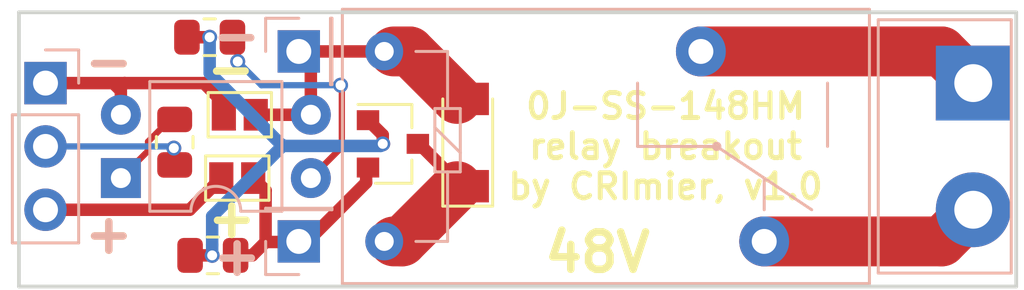
<source format=kicad_pcb>
(kicad_pcb (version 20171130) (host pcbnew 5.1.5+dfsg1-2build2)

  (general
    (thickness 1.6)
    (drawings 14)
    (tracks 73)
    (zones 0)
    (modules 13)
    (nets 12)
  )

  (page A4)
  (layers
    (0 F.Cu signal)
    (31 B.Cu signal)
    (32 B.Adhes user)
    (33 F.Adhes user)
    (34 B.Paste user)
    (35 F.Paste user)
    (36 B.SilkS user)
    (37 F.SilkS user)
    (38 B.Mask user)
    (39 F.Mask user)
    (40 Dwgs.User user)
    (41 Cmts.User user)
    (42 Eco1.User user)
    (43 Eco2.User user)
    (44 Edge.Cuts user)
    (45 Margin user)
    (46 B.CrtYd user)
    (47 F.CrtYd user)
    (48 B.Fab user hide)
    (49 F.Fab user hide)
  )

  (setup
    (last_trace_width 0.25)
    (user_trace_width 0.5)
    (user_trace_width 2)
    (trace_clearance 0.2)
    (zone_clearance 0.508)
    (zone_45_only no)
    (trace_min 0.2)
    (via_size 0.6)
    (via_drill 0.4)
    (via_min_size 0.4)
    (via_min_drill 0.3)
    (uvia_size 0.3)
    (uvia_drill 0.1)
    (uvias_allowed no)
    (uvia_min_size 0.2)
    (uvia_min_drill 0.1)
    (edge_width 0.15)
    (segment_width 0.2)
    (pcb_text_width 0.3)
    (pcb_text_size 1.5 1.5)
    (mod_edge_width 0.15)
    (mod_text_size 1 1)
    (mod_text_width 0.15)
    (pad_size 1.524 1.524)
    (pad_drill 0.762)
    (pad_to_mask_clearance 0.2)
    (solder_mask_min_width 0.25)
    (aux_axis_origin 164.498187 104.200727)
    (grid_origin 164.498187 104.200727)
    (visible_elements 7FFFFFFF)
    (pcbplotparams
      (layerselection 0x010fc_ffffffff)
      (usegerberextensions true)
      (usegerberattributes false)
      (usegerberadvancedattributes false)
      (creategerberjobfile false)
      (excludeedgelayer true)
      (linewidth 0.100000)
      (plotframeref false)
      (viasonmask false)
      (mode 1)
      (useauxorigin true)
      (hpglpennumber 1)
      (hpglpenspeed 20)
      (hpglpendiameter 15.000000)
      (psnegative false)
      (psa4output false)
      (plotreference false)
      (plotvalue false)
      (plotinvisibletext false)
      (padsonsilk false)
      (subtractmaskfromsilk false)
      (outputformat 1)
      (mirror false)
      (drillshape 0)
      (scaleselection 1)
      (outputdirectory "gerbers/"))
  )

  (net 0 "")
  (net 1 GND)
  (net 2 "Net-(J1-Pad2)")
  (net 3 VCC)
  (net 4 "Net-(R1-Pad1)")
  (net 5 "Net-(D1-Pad1)")
  (net 6 "Net-(D1-Pad2)")
  (net 7 "Net-(J5-Pad1)")
  (net 8 "Net-(J5-Pad2)")
  (net 9 "Net-(J4-Pad1)")
  (net 10 "Net-(Q1-Pad1)")
  (net 11 "Net-(R3-Pad2)")

  (net_class Default "This is the default net class."
    (clearance 0.2)
    (trace_width 0.25)
    (via_dia 0.6)
    (via_drill 0.4)
    (uvia_dia 0.3)
    (uvia_drill 0.1)
    (add_net GND)
    (add_net "Net-(D1-Pad1)")
    (add_net "Net-(D1-Pad2)")
    (add_net "Net-(J1-Pad2)")
    (add_net "Net-(J4-Pad1)")
    (add_net "Net-(J5-Pad1)")
    (add_net "Net-(J5-Pad2)")
    (add_net "Net-(Q1-Pad1)")
    (add_net "Net-(R1-Pad1)")
    (add_net "Net-(R3-Pad2)")
    (add_net VCC)
  )

  (module Terminal_Blocks:TerminalBlock_bornier-2_P5.08mm (layer B.Cu) (tedit 613BB0CA) (tstamp 5AA863D5)
    (at 162.774187 107.040727 270)
    (descr "simple 2-pin terminal block, pitch 5.08mm, revamped version of bornier2")
    (tags "terminal block bornier2")
    (path /5AA86337)
    (fp_text reference J5 (at 2.54 5.08 90) (layer B.SilkS) hide
      (effects (font (size 1 1) (thickness 0.15)) (justify mirror))
    )
    (fp_text value Conn_01x02 (at 2.54 -2.54 90) (layer B.Fab)
      (effects (font (size 1 1) (thickness 0.15)) (justify mirror))
    )
    (fp_text user %R (at 2.54 0 90) (layer B.Fab)
      (effects (font (size 1 1) (thickness 0.15)) (justify mirror))
    )
    (fp_line (start -2.46 3.75) (end -2.46 -1.524) (layer B.Fab) (width 0.1))
    (fp_line (start -2.46 -1.524) (end 7.54 -1.524) (layer B.Fab) (width 0.1))
    (fp_line (start 7.54 -1.524) (end 7.54 3.75) (layer B.Fab) (width 0.1))
    (fp_line (start 7.54 3.75) (end -2.46 3.75) (layer B.Fab) (width 0.1))
    (fp_line (start 7.62 -1.524) (end -2.54 -1.524) (layer B.SilkS) (width 0.12))
    (fp_line (start 7.62 -1.524) (end 7.62 3.81) (layer B.SilkS) (width 0.12))
    (fp_line (start 7.62 3.81) (end -2.54 3.81) (layer B.SilkS) (width 0.12))
    (fp_line (start -2.54 3.81) (end -2.54 -1.524) (layer B.SilkS) (width 0.12))
    (fp_line (start -2.71 4) (end 7.79 4) (layer B.CrtYd) (width 0.05))
    (fp_line (start -2.71 4) (end -2.71 -2.032) (layer B.CrtYd) (width 0.05))
    (fp_line (start 7.79 -2.032) (end 7.79 4) (layer B.CrtYd) (width 0.05))
    (fp_line (start 7.79 -2.032) (end -2.71 -2.032) (layer B.CrtYd) (width 0.05))
    (pad 1 thru_hole rect (at 0 0 270) (size 3 3) (drill 1.52) (layers *.Cu *.Mask)
      (net 7 "Net-(J5-Pad1)"))
    (pad 2 thru_hole circle (at 5.08 0 270) (size 3 3) (drill 1.52) (layers *.Cu *.Mask)
      (net 8 "Net-(J5-Pad2)"))
    (model ${KISYS3DMOD}/Terminal_Blocks.3dshapes/TerminalBlock_bornier-2_P5.08mm.wrl
      (offset (xyz 2.539999961853027 0 0))
      (scale (xyz 1 1 1))
      (rotate (xyz 0 0 0))
    )
  )

  (module Resistor_SMD:R_0805_2012Metric (layer F.Cu) (tedit 5F68FEEE) (tstamp 5AA84E84)
    (at 130.744787 109.410727 270)
    (descr "Resistor SMD 0805 (2012 Metric), square (rectangular) end terminal, IPC_7351 nominal, (Body size source: IPC-SM-782 page 72, https://www.pcb-3d.com/wordpress/wp-content/uploads/ipc-sm-782a_amendment_1_and_2.pdf), generated with kicad-footprint-generator")
    (tags resistor)
    (path /5AA84C19)
    (attr smd)
    (fp_text reference R1 (at 0 -1.45 270) (layer F.SilkS) hide
      (effects (font (size 1 1) (thickness 0.15)))
    )
    (fp_text value 1K (at 0 1.55 270) (layer F.Fab)
      (effects (font (size 1 1) (thickness 0.15)))
    )
    (fp_text user %R (at 0 0 270) (layer F.Fab)
      (effects (font (size 0.4 0.4) (thickness 0.075)))
    )
    (fp_line (start 1.68 0.95) (end -1.68 0.95) (layer F.CrtYd) (width 0.05))
    (fp_line (start 1.68 -0.95) (end 1.68 0.95) (layer F.CrtYd) (width 0.05))
    (fp_line (start -1.68 -0.95) (end 1.68 -0.95) (layer F.CrtYd) (width 0.05))
    (fp_line (start -1.68 0.95) (end -1.68 -0.95) (layer F.CrtYd) (width 0.05))
    (fp_line (start -0.227064 0.735) (end 0.227064 0.735) (layer F.SilkS) (width 0.12))
    (fp_line (start -0.227064 -0.735) (end 0.227064 -0.735) (layer F.SilkS) (width 0.12))
    (fp_line (start 1 0.625) (end -1 0.625) (layer F.Fab) (width 0.1))
    (fp_line (start 1 -0.625) (end 1 0.625) (layer F.Fab) (width 0.1))
    (fp_line (start -1 -0.625) (end 1 -0.625) (layer F.Fab) (width 0.1))
    (fp_line (start -1 0.625) (end -1 -0.625) (layer F.Fab) (width 0.1))
    (pad 2 smd roundrect (at 0.9125 0 270) (size 1.025 1.4) (layers F.Cu F.Paste F.Mask) (roundrect_rratio 0.243902)
      (net 2 "Net-(J1-Pad2)"))
    (pad 1 smd roundrect (at -0.9125 0 270) (size 1.025 1.4) (layers F.Cu F.Paste F.Mask) (roundrect_rratio 0.243902)
      (net 4 "Net-(R1-Pad1)"))
    (model ${KISYS3DMOD}/Resistor_SMD.3dshapes/R_0805_2012Metric.wrl
      (at (xyz 0 0 0))
      (scale (xyz 1 1 1))
      (rotate (xyz 0 0 0))
    )
  )

  (module Resistor_SMD:R_0805_2012Metric (layer F.Cu) (tedit 5F68FEEE) (tstamp 5AE47A91)
    (at 132.275187 113.950727)
    (descr "Resistor SMD 0805 (2012 Metric), square (rectangular) end terminal, IPC_7351 nominal, (Body size source: IPC-SM-782 page 72, https://www.pcb-3d.com/wordpress/wp-content/uploads/ipc-sm-782a_amendment_1_and_2.pdf), generated with kicad-footprint-generator")
    (tags resistor)
    (path /5AE47AF2)
    (attr smd)
    (fp_text reference R2 (at 0 -1.45) (layer F.SilkS) hide
      (effects (font (size 1 1) (thickness 0.15)))
    )
    (fp_text value 50K (at 0 1.55) (layer F.Fab)
      (effects (font (size 1 1) (thickness 0.15)))
    )
    (fp_text user %R (at 0 0) (layer F.Fab)
      (effects (font (size 0.4 0.4) (thickness 0.075)))
    )
    (fp_line (start 1.68 0.95) (end -1.68 0.95) (layer F.CrtYd) (width 0.05))
    (fp_line (start 1.68 -0.95) (end 1.68 0.95) (layer F.CrtYd) (width 0.05))
    (fp_line (start -1.68 -0.95) (end 1.68 -0.95) (layer F.CrtYd) (width 0.05))
    (fp_line (start -1.68 0.95) (end -1.68 -0.95) (layer F.CrtYd) (width 0.05))
    (fp_line (start -0.227064 0.735) (end 0.227064 0.735) (layer F.SilkS) (width 0.12))
    (fp_line (start -0.227064 -0.735) (end 0.227064 -0.735) (layer F.SilkS) (width 0.12))
    (fp_line (start 1 0.625) (end -1 0.625) (layer F.Fab) (width 0.1))
    (fp_line (start 1 -0.625) (end 1 0.625) (layer F.Fab) (width 0.1))
    (fp_line (start -1 -0.625) (end 1 -0.625) (layer F.Fab) (width 0.1))
    (fp_line (start -1 0.625) (end -1 -0.625) (layer F.Fab) (width 0.1))
    (pad 2 smd roundrect (at 0.9125 0) (size 1.025 1.4) (layers F.Cu F.Paste F.Mask) (roundrect_rratio 0.243902)
      (net 9 "Net-(J4-Pad1)"))
    (pad 1 smd roundrect (at -0.9125 0) (size 1.025 1.4) (layers F.Cu F.Paste F.Mask) (roundrect_rratio 0.243902)
      (net 10 "Net-(Q1-Pad1)"))
    (model ${KISYS3DMOD}/Resistor_SMD.3dshapes/R_0805_2012Metric.wrl
      (at (xyz 0 0 0))
      (scale (xyz 1 1 1))
      (rotate (xyz 0 0 0))
    )
  )

  (module Resistor_SMD:R_0805_2012Metric (layer F.Cu) (tedit 5F68FEEE) (tstamp 5AE47AA2)
    (at 132.148187 105.200727)
    (descr "Resistor SMD 0805 (2012 Metric), square (rectangular) end terminal, IPC_7351 nominal, (Body size source: IPC-SM-782 page 72, https://www.pcb-3d.com/wordpress/wp-content/uploads/ipc-sm-782a_amendment_1_and_2.pdf), generated with kicad-footprint-generator")
    (tags resistor)
    (path /5AE47A6B)
    (attr smd)
    (fp_text reference R3 (at 0 -1.45) (layer F.SilkS) hide
      (effects (font (size 1 1) (thickness 0.15)))
    )
    (fp_text value 10K (at 0 1.55) (layer F.Fab)
      (effects (font (size 1 1) (thickness 0.15)))
    )
    (fp_text user %R (at 0 0) (layer F.Fab)
      (effects (font (size 0.4 0.4) (thickness 0.075)))
    )
    (fp_line (start 1.68 0.95) (end -1.68 0.95) (layer F.CrtYd) (width 0.05))
    (fp_line (start 1.68 -0.95) (end 1.68 0.95) (layer F.CrtYd) (width 0.05))
    (fp_line (start -1.68 -0.95) (end 1.68 -0.95) (layer F.CrtYd) (width 0.05))
    (fp_line (start -1.68 0.95) (end -1.68 -0.95) (layer F.CrtYd) (width 0.05))
    (fp_line (start -0.227064 0.735) (end 0.227064 0.735) (layer F.SilkS) (width 0.12))
    (fp_line (start -0.227064 -0.735) (end 0.227064 -0.735) (layer F.SilkS) (width 0.12))
    (fp_line (start 1 0.625) (end -1 0.625) (layer F.Fab) (width 0.1))
    (fp_line (start 1 -0.625) (end 1 0.625) (layer F.Fab) (width 0.1))
    (fp_line (start -1 -0.625) (end 1 -0.625) (layer F.Fab) (width 0.1))
    (fp_line (start -1 0.625) (end -1 -0.625) (layer F.Fab) (width 0.1))
    (pad 2 smd roundrect (at 0.9125 0) (size 1.025 1.4) (layers F.Cu F.Paste F.Mask) (roundrect_rratio 0.243902)
      (net 11 "Net-(R3-Pad2)"))
    (pad 1 smd roundrect (at -0.9125 0) (size 1.025 1.4) (layers F.Cu F.Paste F.Mask) (roundrect_rratio 0.243902)
      (net 10 "Net-(Q1-Pad1)"))
    (model ${KISYS3DMOD}/Resistor_SMD.3dshapes/R_0805_2012Metric.wrl
      (at (xyz 0 0 0))
      (scale (xyz 1 1 1))
      (rotate (xyz 0 0 0))
    )
  )

  (module Pin_Headers:Pin_Header_Straight_1x03_Pitch2.54mm (layer B.Cu) (tedit 5AA84F86) (tstamp 5AA84E29)
    (at 125.563187 107.040727 180)
    (descr "Through hole straight pin header, 1x03, 2.54mm pitch, single row")
    (tags "Through hole pin header THT 1x03 2.54mm single row")
    (path /5AA84B07)
    (fp_text reference J1 (at 0 2.33 180) (layer B.SilkS) hide
      (effects (font (size 1 1) (thickness 0.15)) (justify mirror))
    )
    (fp_text value Conn_01x03 (at 0 -7.41 180) (layer B.Fab)
      (effects (font (size 1 1) (thickness 0.15)) (justify mirror))
    )
    (fp_line (start -0.635 1.27) (end 1.27 1.27) (layer B.Fab) (width 0.1))
    (fp_line (start 1.27 1.27) (end 1.27 -6.35) (layer B.Fab) (width 0.1))
    (fp_line (start 1.27 -6.35) (end -1.27 -6.35) (layer B.Fab) (width 0.1))
    (fp_line (start -1.27 -6.35) (end -1.27 0.635) (layer B.Fab) (width 0.1))
    (fp_line (start -1.27 0.635) (end -0.635 1.27) (layer B.Fab) (width 0.1))
    (fp_line (start -1.33 -6.41) (end 1.33 -6.41) (layer B.SilkS) (width 0.12))
    (fp_line (start -1.33 -1.27) (end -1.33 -6.41) (layer B.SilkS) (width 0.12))
    (fp_line (start 1.33 -1.27) (end 1.33 -6.41) (layer B.SilkS) (width 0.12))
    (fp_line (start -1.33 -1.27) (end 1.33 -1.27) (layer B.SilkS) (width 0.12))
    (fp_line (start -1.33 0) (end -1.33 1.33) (layer B.SilkS) (width 0.12))
    (fp_line (start -1.33 1.33) (end 0 1.33) (layer B.SilkS) (width 0.12))
    (fp_line (start -1.8 1.8) (end -1.8 -6.85) (layer B.CrtYd) (width 0.05))
    (fp_line (start -1.8 -6.85) (end 1.8 -6.85) (layer B.CrtYd) (width 0.05))
    (fp_line (start 1.8 -6.85) (end 1.8 1.8) (layer B.CrtYd) (width 0.05))
    (fp_line (start 1.8 1.8) (end -1.8 1.8) (layer B.CrtYd) (width 0.05))
    (fp_text user %R (at 0 -2.54 90) (layer B.Fab)
      (effects (font (size 1 1) (thickness 0.15)) (justify mirror))
    )
    (pad 1 thru_hole rect (at 0 0 180) (size 1.7 1.7) (drill 1) (layers *.Cu *.Mask)
      (net 1 GND))
    (pad 2 thru_hole oval (at 0 -2.54 180) (size 1.7 1.7) (drill 1) (layers *.Cu *.Mask)
      (net 2 "Net-(J1-Pad2)"))
    (pad 3 thru_hole oval (at 0 -5.08 180) (size 1.7 1.7) (drill 1) (layers *.Cu *.Mask)
      (net 3 VCC))
    (model ${KISYS3DMOD}/Pin_Headers.3dshapes/Pin_Header_Straight_1x03_Pitch2.54mm.wrl
      (at (xyz 0 0 0))
      (scale (xyz 1 1 1))
      (rotate (xyz 0 0 0))
    )
  )

  (module Connect:GS2 (layer F.Cu) (tedit 5AA84F9E) (tstamp 5AA84E4C)
    (at 133.254387 110.850727 90)
    (descr "2-pin solder bridge")
    (tags "solder bridge")
    (path /5AA84DD1)
    (attr smd)
    (fp_text reference JP1 (at 1.78 0) (layer F.SilkS) hide
      (effects (font (size 1 1) (thickness 0.15)))
    )
    (fp_text value Jumper (at -1.8 0 180) (layer F.Fab)
      (effects (font (size 1 1) (thickness 0.15)))
    )
    (fp_line (start 1.1 -1.45) (end 1.1 1.5) (layer F.CrtYd) (width 0.05))
    (fp_line (start 1.1 1.5) (end -1.1 1.5) (layer F.CrtYd) (width 0.05))
    (fp_line (start -1.1 1.5) (end -1.1 -1.45) (layer F.CrtYd) (width 0.05))
    (fp_line (start -1.1 -1.45) (end 1.1 -1.45) (layer F.CrtYd) (width 0.05))
    (fp_line (start -0.89 -1.27) (end -0.89 1.27) (layer F.SilkS) (width 0.12))
    (fp_line (start 0.89 1.27) (end 0.89 -1.27) (layer F.SilkS) (width 0.12))
    (fp_line (start 0.89 1.27) (end -0.89 1.27) (layer F.SilkS) (width 0.12))
    (fp_line (start -0.89 -1.27) (end 0.89 -1.27) (layer F.SilkS) (width 0.12))
    (pad 1 smd rect (at 0 -0.64 90) (size 1.27 0.97) (layers F.Cu F.Paste F.Mask)
      (net 3 VCC))
    (pad 2 smd rect (at 0 0.64 90) (size 1.27 0.97) (layers F.Cu F.Paste F.Mask)
      (net 9 "Net-(J4-Pad1)"))
  )

  (module Connect:GS2 (layer F.Cu) (tedit 5AA84F90) (tstamp 5AA84E52)
    (at 133.355987 108.310727 90)
    (descr "2-pin solder bridge")
    (tags "solder bridge")
    (path /5AA84D40)
    (attr smd)
    (fp_text reference JP2 (at 1.78 0) (layer F.SilkS) hide
      (effects (font (size 1 1) (thickness 0.15)))
    )
    (fp_text value Jumper (at -1.8 0 180) (layer F.Fab)
      (effects (font (size 1 1) (thickness 0.15)))
    )
    (fp_line (start 1.1 -1.45) (end 1.1 1.5) (layer F.CrtYd) (width 0.05))
    (fp_line (start 1.1 1.5) (end -1.1 1.5) (layer F.CrtYd) (width 0.05))
    (fp_line (start -1.1 1.5) (end -1.1 -1.45) (layer F.CrtYd) (width 0.05))
    (fp_line (start -1.1 -1.45) (end 1.1 -1.45) (layer F.CrtYd) (width 0.05))
    (fp_line (start -0.89 -1.27) (end -0.89 1.27) (layer F.SilkS) (width 0.12))
    (fp_line (start 0.89 1.27) (end 0.89 -1.27) (layer F.SilkS) (width 0.12))
    (fp_line (start 0.89 1.27) (end -0.89 1.27) (layer F.SilkS) (width 0.12))
    (fp_line (start -0.89 -1.27) (end 0.89 -1.27) (layer F.SilkS) (width 0.12))
    (pad 1 smd rect (at 0 -0.64 90) (size 1.27 0.97) (layers F.Cu F.Paste F.Mask)
      (net 1 GND))
    (pad 2 smd rect (at 0 0.64 90) (size 1.27 0.97) (layers F.Cu F.Paste F.Mask)
      (net 6 "Net-(D1-Pad2)"))
  )

  (module Housings_DIP:DIP-4_W7.62mm (layer B.Cu) (tedit 5AA84F94) (tstamp 5AA84E8C)
    (at 128.585787 110.850727)
    (descr "4-lead though-hole mounted DIP package, row spacing 7.62 mm (300 mils)")
    (tags "THT DIP DIL PDIP 2.54mm 7.62mm 300mil")
    (path /5AA84B5A)
    (fp_text reference U1 (at 3.81 2.33) (layer B.SilkS) hide
      (effects (font (size 1 1) (thickness 0.15)) (justify mirror))
    )
    (fp_text value PC817 (at 3.81 -4.87) (layer B.Fab)
      (effects (font (size 1 1) (thickness 0.15)) (justify mirror))
    )
    (fp_arc (start 3.81 1.33) (end 2.81 1.33) (angle 180) (layer B.SilkS) (width 0.12))
    (fp_line (start 1.635 1.27) (end 6.985 1.27) (layer B.Fab) (width 0.1))
    (fp_line (start 6.985 1.27) (end 6.985 -3.81) (layer B.Fab) (width 0.1))
    (fp_line (start 6.985 -3.81) (end 0.635 -3.81) (layer B.Fab) (width 0.1))
    (fp_line (start 0.635 -3.81) (end 0.635 0.27) (layer B.Fab) (width 0.1))
    (fp_line (start 0.635 0.27) (end 1.635 1.27) (layer B.Fab) (width 0.1))
    (fp_line (start 2.81 1.33) (end 1.16 1.33) (layer B.SilkS) (width 0.12))
    (fp_line (start 1.16 1.33) (end 1.16 -3.87) (layer B.SilkS) (width 0.12))
    (fp_line (start 1.16 -3.87) (end 6.46 -3.87) (layer B.SilkS) (width 0.12))
    (fp_line (start 6.46 -3.87) (end 6.46 1.33) (layer B.SilkS) (width 0.12))
    (fp_line (start 6.46 1.33) (end 4.81 1.33) (layer B.SilkS) (width 0.12))
    (fp_line (start -1.1 1.55) (end -1.1 -4.1) (layer B.CrtYd) (width 0.05))
    (fp_line (start -1.1 -4.1) (end 8.7 -4.1) (layer B.CrtYd) (width 0.05))
    (fp_line (start 8.7 -4.1) (end 8.7 1.55) (layer B.CrtYd) (width 0.05))
    (fp_line (start 8.7 1.55) (end -1.1 1.55) (layer B.CrtYd) (width 0.05))
    (fp_text user %R (at 3.81 -1.27) (layer B.Fab)
      (effects (font (size 1 1) (thickness 0.15)) (justify mirror))
    )
    (pad 1 thru_hole rect (at 0 0) (size 1.6 1.6) (drill 0.8) (layers *.Cu *.Mask)
      (net 4 "Net-(R1-Pad1)"))
    (pad 3 thru_hole oval (at 7.62 -2.54) (size 1.6 1.6) (drill 0.8) (layers *.Cu *.Mask)
      (net 6 "Net-(D1-Pad2)"))
    (pad 2 thru_hole oval (at 0 -2.54) (size 1.6 1.6) (drill 0.8) (layers *.Cu *.Mask)
      (net 1 GND))
    (pad 4 thru_hole oval (at 7.62 0) (size 1.6 1.6) (drill 0.8) (layers *.Cu *.Mask)
      (net 11 "Net-(R3-Pad2)"))
    (model ${KISYS3DMOD}/Housings_DIP.3dshapes/DIP-4_W7.62mm.wrl
      (at (xyz 0 0 0))
      (scale (xyz 1 1 1))
      (rotate (xyz 0 0 0))
    )
  )

  (module Pin_Headers:Pin_Header_Straight_1x01_Pitch2.54mm (layer B.Cu) (tedit 5AA84F92) (tstamp 5AA8500F)
    (at 135.723187 105.770727 270)
    (descr "Through hole straight pin header, 1x01, 2.54mm pitch, single row")
    (tags "Through hole pin header THT 1x01 2.54mm single row")
    (path /5AA85134)
    (fp_text reference J2 (at 0 2.33 270) (layer B.SilkS) hide
      (effects (font (size 1 1) (thickness 0.15)) (justify mirror))
    )
    (fp_text value Conn_01x01 (at 0 -2.33 270) (layer B.Fab)
      (effects (font (size 1 1) (thickness 0.15)) (justify mirror))
    )
    (fp_line (start -0.635 1.27) (end 1.27 1.27) (layer B.Fab) (width 0.1))
    (fp_line (start 1.27 1.27) (end 1.27 -1.27) (layer B.Fab) (width 0.1))
    (fp_line (start 1.27 -1.27) (end -1.27 -1.27) (layer B.Fab) (width 0.1))
    (fp_line (start -1.27 -1.27) (end -1.27 0.635) (layer B.Fab) (width 0.1))
    (fp_line (start -1.27 0.635) (end -0.635 1.27) (layer B.Fab) (width 0.1))
    (fp_line (start -1.33 -1.33) (end 1.33 -1.33) (layer B.SilkS) (width 0.12))
    (fp_line (start -1.33 -1.27) (end -1.33 -1.33) (layer B.SilkS) (width 0.12))
    (fp_line (start 1.33 -1.27) (end 1.33 -1.33) (layer B.SilkS) (width 0.12))
    (fp_line (start -1.33 -1.27) (end 1.33 -1.27) (layer B.SilkS) (width 0.12))
    (fp_line (start -1.33 0) (end -1.33 1.33) (layer B.SilkS) (width 0.12))
    (fp_line (start -1.33 1.33) (end 0 1.33) (layer B.SilkS) (width 0.12))
    (fp_line (start -1.8 1.8) (end -1.8 -1.8) (layer B.CrtYd) (width 0.05))
    (fp_line (start -1.8 -1.8) (end 1.8 -1.8) (layer B.CrtYd) (width 0.05))
    (fp_line (start 1.8 -1.8) (end 1.8 1.8) (layer B.CrtYd) (width 0.05))
    (fp_line (start 1.8 1.8) (end -1.8 1.8) (layer B.CrtYd) (width 0.05))
    (fp_text user %R (at 0 0 180) (layer B.Fab)
      (effects (font (size 1 1) (thickness 0.15)) (justify mirror))
    )
    (pad 1 thru_hole rect (at 0 0 270) (size 1.7 1.7) (drill 1) (layers *.Cu *.Mask)
      (net 6 "Net-(D1-Pad2)"))
    (model ${KISYS3DMOD}/Pin_Headers.3dshapes/Pin_Header_Straight_1x01_Pitch2.54mm.wrl
      (at (xyz 0 0 0))
      (scale (xyz 1 1 1))
      (rotate (xyz 0 0 0))
    )
  )

  (module Pin_Headers:Pin_Header_Straight_1x01_Pitch2.54mm (layer B.Cu) (tedit 5AA84F97) (tstamp 5AA85037)
    (at 135.723187 113.390727)
    (descr "Through hole straight pin header, 1x01, 2.54mm pitch, single row")
    (tags "Through hole pin header THT 1x01 2.54mm single row")
    (path /5AA850DF)
    (fp_text reference J4 (at 0 2.33) (layer B.SilkS) hide
      (effects (font (size 1 1) (thickness 0.15)) (justify mirror))
    )
    (fp_text value Conn_01x01 (at 0 -2.33) (layer B.Fab)
      (effects (font (size 1 1) (thickness 0.15)) (justify mirror))
    )
    (fp_line (start -0.635 1.27) (end 1.27 1.27) (layer B.Fab) (width 0.1))
    (fp_line (start 1.27 1.27) (end 1.27 -1.27) (layer B.Fab) (width 0.1))
    (fp_line (start 1.27 -1.27) (end -1.27 -1.27) (layer B.Fab) (width 0.1))
    (fp_line (start -1.27 -1.27) (end -1.27 0.635) (layer B.Fab) (width 0.1))
    (fp_line (start -1.27 0.635) (end -0.635 1.27) (layer B.Fab) (width 0.1))
    (fp_line (start -1.33 -1.33) (end 1.33 -1.33) (layer B.SilkS) (width 0.12))
    (fp_line (start -1.33 -1.27) (end -1.33 -1.33) (layer B.SilkS) (width 0.12))
    (fp_line (start 1.33 -1.27) (end 1.33 -1.33) (layer B.SilkS) (width 0.12))
    (fp_line (start -1.33 -1.27) (end 1.33 -1.27) (layer B.SilkS) (width 0.12))
    (fp_line (start -1.33 0) (end -1.33 1.33) (layer B.SilkS) (width 0.12))
    (fp_line (start -1.33 1.33) (end 0 1.33) (layer B.SilkS) (width 0.12))
    (fp_line (start -1.8 1.8) (end -1.8 -1.8) (layer B.CrtYd) (width 0.05))
    (fp_line (start -1.8 -1.8) (end 1.8 -1.8) (layer B.CrtYd) (width 0.05))
    (fp_line (start 1.8 -1.8) (end 1.8 1.8) (layer B.CrtYd) (width 0.05))
    (fp_line (start 1.8 1.8) (end -1.8 1.8) (layer B.CrtYd) (width 0.05))
    (fp_text user %R (at 0 0 -90) (layer B.Fab)
      (effects (font (size 1 1) (thickness 0.15)) (justify mirror))
    )
    (pad 1 thru_hole rect (at 0 0) (size 1.7 1.7) (drill 1) (layers *.Cu *.Mask)
      (net 9 "Net-(J4-Pad1)"))
    (model ${KISYS3DMOD}/Pin_Headers.3dshapes/Pin_Header_Straight_1x01_Pitch2.54mm.wrl
      (at (xyz 0 0 0))
      (scale (xyz 1 1 1))
      (rotate (xyz 0 0 0))
    )
  )

  (module Diodes_SMD:D_MiniMELF (layer F.Cu) (tedit 5AA84F8C) (tstamp 5AA8515D)
    (at 142.498187 109.425727 90)
    (descr "Diode Mini-MELF")
    (tags "Diode Mini-MELF")
    (path /5AA8523E)
    (attr smd)
    (fp_text reference D1 (at 0 -2 90) (layer F.SilkS) hide
      (effects (font (size 1 1) (thickness 0.15)))
    )
    (fp_text value D_Small (at 0 1.75 90) (layer F.Fab)
      (effects (font (size 1 1) (thickness 0.15)))
    )
    (fp_text user %R (at 0 -2 90) (layer F.Fab)
      (effects (font (size 1 1) (thickness 0.15)))
    )
    (fp_line (start 1.75 -1) (end -2.55 -1) (layer F.SilkS) (width 0.12))
    (fp_line (start -2.55 -1) (end -2.55 1) (layer F.SilkS) (width 0.12))
    (fp_line (start -2.55 1) (end 1.75 1) (layer F.SilkS) (width 0.12))
    (fp_line (start 1.65 -0.8) (end 1.65 0.8) (layer F.Fab) (width 0.1))
    (fp_line (start 1.65 0.8) (end -1.65 0.8) (layer F.Fab) (width 0.1))
    (fp_line (start -1.65 0.8) (end -1.65 -0.8) (layer F.Fab) (width 0.1))
    (fp_line (start -1.65 -0.8) (end 1.65 -0.8) (layer F.Fab) (width 0.1))
    (fp_line (start 0.25 0) (end 0.75 0) (layer F.Fab) (width 0.1))
    (fp_line (start 0.25 0.4) (end -0.35 0) (layer F.Fab) (width 0.1))
    (fp_line (start 0.25 -0.4) (end 0.25 0.4) (layer F.Fab) (width 0.1))
    (fp_line (start -0.35 0) (end 0.25 -0.4) (layer F.Fab) (width 0.1))
    (fp_line (start -0.35 0) (end -0.35 0.55) (layer F.Fab) (width 0.1))
    (fp_line (start -0.35 0) (end -0.35 -0.55) (layer F.Fab) (width 0.1))
    (fp_line (start -0.75 0) (end -0.35 0) (layer F.Fab) (width 0.1))
    (fp_line (start -2.65 -1.1) (end 2.65 -1.1) (layer F.CrtYd) (width 0.05))
    (fp_line (start 2.65 -1.1) (end 2.65 1.1) (layer F.CrtYd) (width 0.05))
    (fp_line (start 2.65 1.1) (end -2.65 1.1) (layer F.CrtYd) (width 0.05))
    (fp_line (start -2.65 1.1) (end -2.65 -1.1) (layer F.CrtYd) (width 0.05))
    (pad 1 smd rect (at -1.75 0 90) (size 1.3 1.7) (layers F.Cu F.Paste F.Mask)
      (net 5 "Net-(D1-Pad1)"))
    (pad 2 smd rect (at 1.75 0 90) (size 1.3 1.7) (layers F.Cu F.Paste F.Mask)
      (net 6 "Net-(D1-Pad2)"))
    (model ${KISYS3DMOD}/Diodes_SMD.3dshapes/D_MiniMELF.wrl
      (at (xyz 0 0 0))
      (scale (xyz 1 1 1))
      (rotate (xyz 0 0 0))
    )
  )

  (module 30v-skrubis-relays:Relay_SPDT_OMRON-G5Q (layer B.Cu) (tedit 5AE47CF7) (tstamp 5AE47C63)
    (at 139.150187 105.770727)
    (descr "Relay SPDT Omron Serie G5Q")
    (tags "Relay SPDT Omron Serie G5Q")
    (path /5AA86382)
    (fp_text reference K1 (at 9.5 10.5) (layer B.SilkS) hide
      (effects (font (size 1 1) (thickness 0.15)) (justify mirror))
    )
    (fp_text value G5Q-1A (at 9 -3 -180) (layer B.Fab)
      (effects (font (size 1 1) (thickness 0.15)) (justify mirror))
    )
    (fp_text user %R (at 8.89 3.81) (layer B.Fab)
      (effects (font (size 1 1) (thickness 0.15)) (justify mirror))
    )
    (fp_line (start 17.78 1.27) (end 17.78 3.81) (layer B.SilkS) (width 0.12))
    (fp_line (start 13.335 3.81) (end 17.145 6.35) (layer B.SilkS) (width 0.12))
    (fp_line (start 15.24 6.35) (end 15.24 5.08) (layer B.SilkS) (width 0.12))
    (fp_line (start 10.16 1.27) (end 10.16 3.81) (layer B.SilkS) (width 0.12))
    (fp_line (start 10.16 3.81) (end 13.335 3.81) (layer B.SilkS) (width 0.12))
    (fp_line (start 0 1) (end 0 6.5) (layer B.Fab) (width 0.1))
    (fp_line (start 18.96 8.81) (end 18.96 -1.19) (layer B.Fab) (width 0.1))
    (fp_line (start 18.96 -1.19) (end -1.18 -1.19) (layer B.Fab) (width 0.1))
    (fp_line (start -1.18 -1.19) (end -1.18 8.81) (layer B.Fab) (width 0.1))
    (fp_line (start -1.18 8.81) (end 18.96 8.81) (layer B.Fab) (width 0.1))
    (fp_line (start -1.95 9.55) (end 19.7 9.55) (layer B.CrtYd) (width 0.05))
    (fp_line (start 19.7 9.55) (end 19.7 -1.95) (layer B.CrtYd) (width 0.05))
    (fp_line (start 19.7 -1.95) (end -1.95 -1.95) (layer B.CrtYd) (width 0.05))
    (fp_line (start -1.95 -1.95) (end -1.95 9.55) (layer B.CrtYd) (width 0.05))
    (fp_line (start 2.03 3.05) (end 3.05 4.06) (layer B.SilkS) (width 0.12))
    (fp_line (start 2.54 7.62) (end 1.27 7.62) (layer B.SilkS) (width 0.12))
    (fp_line (start 2.54 4.83) (end 2.54 7.62) (layer B.SilkS) (width 0.12))
    (fp_line (start 2.54 0) (end 2.54 2.29) (layer B.SilkS) (width 0.12))
    (fp_line (start 1.27 0) (end 2.54 0) (layer B.SilkS) (width 0.12))
    (fp_line (start 2.54 2.29) (end 2.03 2.29) (layer B.SilkS) (width 0.12))
    (fp_line (start 2.03 2.29) (end 2.03 4.83) (layer B.SilkS) (width 0.12))
    (fp_line (start 2.03 4.83) (end 2.54 4.83) (layer B.SilkS) (width 0.12))
    (fp_line (start 2.54 4.83) (end 3.05 4.83) (layer B.SilkS) (width 0.12))
    (fp_line (start 3.05 4.83) (end 3.05 2.29) (layer B.SilkS) (width 0.12))
    (fp_line (start 3.05 2.29) (end 2.54 2.29) (layer B.SilkS) (width 0.12))
    (fp_line (start -1.68 -1.69) (end 19.46 -1.69) (layer B.SilkS) (width 0.12))
    (fp_line (start 19.46 -1.69) (end 19.46 9.31) (layer B.SilkS) (width 0.12))
    (fp_line (start -1.68 -1.69) (end -1.68 9.31) (layer B.SilkS) (width 0.12))
    (fp_line (start -1.68 9.31) (end 19.46 9.31) (layer B.SilkS) (width 0.12))
    (fp_circle (center 13.335 3.81) (end 13.462 3.81) (layer B.SilkS) (width 0.12))
    (pad 1 thru_hole circle (at 0 0 180) (size 1.52 1.52) (drill 0.76) (layers *.Cu *.Mask)
      (net 6 "Net-(D1-Pad2)"))
    (pad 2 thru_hole circle (at 12.7 0 180) (size 2 2) (drill 1) (layers *.Cu *.Mask)
      (net 7 "Net-(J5-Pad1)"))
    (pad 3 thru_hole circle (at 15.24 7.62 180) (size 2 2) (drill 1) (layers *.Cu *.Mask)
      (net 8 "Net-(J5-Pad2)"))
    (pad 5 thru_hole circle (at 0 7.62 180) (size 1.52 1.52) (drill 0.76) (layers *.Cu *.Mask)
      (net 5 "Net-(D1-Pad1)"))
    (model ${KISYS3DMOD}/Relays_THT.3dshapes/Relay_SPDT_OMRON-G5Q.wrl
      (at (xyz 0 0 0))
      (scale (xyz 1 1 1))
      (rotate (xyz 0 0 0))
    )
  )

  (module TO_SOT_Packages_SMD:SOT-23 (layer F.Cu) (tedit 5AE47CFC) (tstamp 5AE47C6A)
    (at 139.498187 109.477727)
    (descr "SOT-23, Standard")
    (tags SOT-23)
    (path /5AE4780B)
    (attr smd)
    (fp_text reference Q1 (at 0 -2.5) (layer F.SilkS) hide
      (effects (font (size 1 1) (thickness 0.15)))
    )
    (fp_text value Q_PNP_BEC (at 0 2.5) (layer F.Fab)
      (effects (font (size 1 1) (thickness 0.15)))
    )
    (fp_text user %R (at 0 0 -270) (layer F.Fab)
      (effects (font (size 0.5 0.5) (thickness 0.075)))
    )
    (fp_line (start -0.7 -0.95) (end -0.7 1.5) (layer F.Fab) (width 0.1))
    (fp_line (start -0.15 -1.52) (end 0.7 -1.52) (layer F.Fab) (width 0.1))
    (fp_line (start -0.7 -0.95) (end -0.15 -1.52) (layer F.Fab) (width 0.1))
    (fp_line (start 0.7 -1.52) (end 0.7 1.52) (layer F.Fab) (width 0.1))
    (fp_line (start -0.7 1.52) (end 0.7 1.52) (layer F.Fab) (width 0.1))
    (fp_line (start 0.76 1.58) (end 0.76 0.65) (layer F.SilkS) (width 0.12))
    (fp_line (start 0.76 -1.58) (end 0.76 -0.65) (layer F.SilkS) (width 0.12))
    (fp_line (start -1.7 -1.75) (end 1.7 -1.75) (layer F.CrtYd) (width 0.05))
    (fp_line (start 1.7 -1.75) (end 1.7 1.75) (layer F.CrtYd) (width 0.05))
    (fp_line (start 1.7 1.75) (end -1.7 1.75) (layer F.CrtYd) (width 0.05))
    (fp_line (start -1.7 1.75) (end -1.7 -1.75) (layer F.CrtYd) (width 0.05))
    (fp_line (start 0.76 -1.58) (end -1.4 -1.58) (layer F.SilkS) (width 0.12))
    (fp_line (start 0.76 1.58) (end -0.7 1.58) (layer F.SilkS) (width 0.12))
    (pad 1 smd rect (at -1 -0.95) (size 0.9 0.8) (layers F.Cu F.Paste F.Mask)
      (net 10 "Net-(Q1-Pad1)"))
    (pad 2 smd rect (at -1 0.95) (size 0.9 0.8) (layers F.Cu F.Paste F.Mask)
      (net 9 "Net-(J4-Pad1)"))
    (pad 3 smd rect (at 1 0) (size 0.9 0.8) (layers F.Cu F.Paste F.Mask)
      (net 5 "Net-(D1-Pad1)"))
    (model ${KISYS3DMOD}/TO_SOT_Packages_SMD.3dshapes/SOT-23.wrl
      (at (xyz 0 0 0))
      (scale (xyz 1 1 1))
      (rotate (xyz 0 0 0))
    )
  )

  (gr_text 48V (at 147.7025 113.8315) (layer F.SilkS)
    (effects (font (size 1.5 1.5) (thickness 0.3)))
  )
  (gr_text + (at 133.248187 113.950727) (layer B.SilkS) (tstamp 5E670D67)
    (effects (font (size 1.5 1.5) (thickness 0.3)) (justify mirror))
  )
  (gr_text - (at 128.103187 106.151727) (layer F.SilkS) (tstamp 5E67159D)
    (effects (font (size 1.5 1.5) (thickness 0.3)))
  )
  (gr_text - (at 128.103187 106.151727) (layer B.SilkS) (tstamp 5AA8526D)
    (effects (font (size 1.5 1.5) (thickness 0.3)) (justify mirror))
  )
  (gr_text - (at 132.998187 106.450727) (layer F.SilkS) (tstamp 5AA8526C)
    (effects (font (size 1.5 1.5) (thickness 0.3)))
  )
  (gr_text - (at 133.223187 105.111727) (layer B.SilkS) (tstamp 5AA8526B)
    (effects (font (size 1.5 1.5) (thickness 0.3)) (justify mirror))
  )
  (gr_text + (at 133.034 112.4345) (layer F.SilkS) (tstamp 5AA85265)
    (effects (font (size 1.5 1.5) (thickness 0.3)))
  )
  (gr_text + (at 128.103187 113.065227) (layer B.SilkS) (tstamp 5AA8525A)
    (effects (font (size 1.5 1.5) (thickness 0.3)) (justify mirror))
  )
  (gr_text + (at 128.103187 113.065227) (layer F.SilkS)
    (effects (font (size 1.5 1.5) (thickness 0.3)))
  )
  (gr_text "0J-SS-148HM\nrelay breakout\nby CRImier, v1.0" (at 150.433 109.577) (layer F.SilkS)
    (effects (font (size 1 1) (thickness 0.2)))
  )
  (gr_line (start 124.498187 115.200727) (end 164.498187 115.200727) (layer Edge.Cuts) (width 0.15))
  (gr_line (start 124.498187 104.200727) (end 124.498187 115.200727) (layer Edge.Cuts) (width 0.15))
  (gr_line (start 164.498187 104.200727) (end 124.498187 104.200727) (layer Edge.Cuts) (width 0.15))
  (gr_line (start 164.498187 115.200727) (end 164.498187 104.200727) (layer Edge.Cuts) (width 0.15))

  (segment (start 125.563187 107.040727) (end 128.738187 107.040727) (width 0.5) (layer F.Cu) (net 1))
  (segment (start 128.738187 107.040727) (end 131.913187 107.040727) (width 0.5) (layer F.Cu) (net 1))
  (segment (start 128.585787 108.310727) (end 128.585787 107.193127) (width 0.5) (layer F.Cu) (net 1))
  (segment (start 128.585787 107.193127) (end 128.738187 107.040727) (width 0.5) (layer F.Cu) (net 1))
  (segment (start 132.715987 108.310727) (end 132.715987 107.843527) (width 0.5) (layer F.Cu) (net 1))
  (segment (start 132.715987 107.843527) (end 132.548187 107.675727) (width 0.5) (layer F.Cu) (net 1))
  (segment (start 131.913187 107.040727) (end 132.548187 107.675727) (width 0.5) (layer F.Cu) (net 1))
  (segment (start 128.103187 107.040727) (end 131.913187 107.040727) (width 0.25) (layer F.Cu) (net 1))
  (segment (start 128.585787 107.523327) (end 128.103187 107.040727) (width 0.25) (layer F.Cu) (net 1))
  (segment (start 128.103187 107.040727) (end 125.563187 107.040727) (width 0.25) (layer F.Cu) (net 1))
  (segment (start 128.585787 108.310727) (end 128.585787 107.523327) (width 0.25) (layer F.Cu) (net 1))
  (segment (start 130.744787 110.510727) (end 130.710679 110.476619) (width 0.25) (layer F.Cu) (net 2))
  (segment (start 125.563187 109.580727) (end 130.643187 109.580727) (width 0.25) (layer B.Cu) (net 2))
  (via (at 130.710679 109.648219) (size 0.6) (drill 0.4) (layers F.Cu B.Cu) (net 2))
  (segment (start 130.643187 109.580727) (end 130.710679 109.648219) (width 0.25) (layer B.Cu) (net 2))
  (segment (start 130.710679 110.476619) (end 130.710679 110.072483) (width 0.25) (layer F.Cu) (net 2))
  (segment (start 130.710679 110.072483) (end 130.710679 109.648219) (width 0.25) (layer F.Cu) (net 2))
  (segment (start 125.563187 112.120727) (end 131.344387 112.120727) (width 0.5) (layer F.Cu) (net 3))
  (segment (start 131.344387 112.120727) (end 132.614387 110.850727) (width 0.5) (layer F.Cu) (net 3))
  (segment (start 129.675 109.761514) (end 128.585787 110.850727) (width 0.25) (layer F.Cu) (net 4))
  (segment (start 129.675 109.39) (end 129.675 109.761514) (width 0.25) (layer F.Cu) (net 4))
  (segment (start 130.744787 108.320213) (end 129.675 109.39) (width 0.25) (layer F.Cu) (net 4))
  (segment (start 130.744787 108.310727) (end 130.744787 108.320213) (width 0.25) (layer F.Cu) (net 4))
  (segment (start 139.858187 113.390727) (end 142.073187 111.175727) (width 2) (layer F.Cu) (net 5))
  (segment (start 139.533187 113.390727) (end 139.858187 113.390727) (width 2) (layer F.Cu) (net 5))
  (segment (start 142.073187 111.002727) (end 142.073187 111.175727) (width 0.5) (layer F.Cu) (net 5))
  (segment (start 140.548187 109.477727) (end 142.073187 111.002727) (width 0.5) (layer F.Cu) (net 5))
  (segment (start 140.498187 109.477727) (end 140.548187 109.477727) (width 0.5) (layer F.Cu) (net 5))
  (segment (start 135.723187 105.770727) (end 139.150187 105.770727) (width 0.5) (layer F.Cu) (net 6))
  (segment (start 136.205787 108.310727) (end 136.205787 106.253327) (width 0.5) (layer F.Cu) (net 6))
  (segment (start 136.205787 106.253327) (end 135.723187 105.770727) (width 0.5) (layer F.Cu) (net 6))
  (segment (start 133.995987 108.310727) (end 136.205787 108.310727) (width 0.5) (layer F.Cu) (net 6))
  (segment (start 140.168187 105.770727) (end 142.073187 107.675727) (width 2) (layer F.Cu) (net 6))
  (segment (start 139.533187 105.770727) (end 140.168187 105.770727) (width 2) (layer F.Cu) (net 6))
  (segment (start 151.850187 105.770727) (end 161.504187 105.770727) (width 2) (layer F.Cu) (net 7))
  (segment (start 161.504187 105.770727) (end 162.774187 107.040727) (width 2) (layer F.Cu) (net 7))
  (segment (start 154.390187 113.390727) (end 161.504187 113.390727) (width 2) (layer F.Cu) (net 8))
  (segment (start 161.504187 113.390727) (end 162.774187 112.120727) (width 2) (layer F.Cu) (net 8))
  (segment (start 134.391187 113.414727) (end 135.699187 113.414727) (width 0.5) (layer F.Cu) (net 9))
  (segment (start 134.391187 113.414727) (end 134.391187 111.347527) (width 0.5) (layer F.Cu) (net 9))
  (segment (start 134.391187 111.347527) (end 133.894387 110.850727) (width 0.5) (layer F.Cu) (net 9))
  (segment (start 135.699187 113.414727) (end 135.723187 113.390727) (width 0.5) (layer F.Cu) (net 9))
  (segment (start 138.423187 110.502727) (end 138.498187 110.427727) (width 0.5) (layer F.Cu) (net 9))
  (segment (start 138.423187 111.033727) (end 138.423187 110.502727) (width 0.5) (layer F.Cu) (net 9))
  (segment (start 135.723187 113.390727) (end 136.066187 113.390727) (width 0.5) (layer F.Cu) (net 9))
  (segment (start 136.066187 113.390727) (end 138.423187 111.033727) (width 0.5) (layer F.Cu) (net 9))
  (segment (start 133.855187 113.950727) (end 134.391187 113.414727) (width 0.5) (layer F.Cu) (net 9))
  (segment (start 133.375187 113.950727) (end 133.855187 113.950727) (width 0.5) (layer F.Cu) (net 9))
  (segment (start 139.090187 109.477727) (end 139.040187 109.477727) (width 0.5) (layer F.Cu) (net 10))
  (segment (start 135.070186 109.560728) (end 139.007186 109.560728) (width 0.5) (layer B.Cu) (net 10))
  (segment (start 139.007186 109.560728) (end 139.090187 109.477727) (width 0.5) (layer B.Cu) (net 10))
  (via (at 139.090187 109.477727) (size 0.6) (drill 0.4) (layers F.Cu B.Cu) (net 10))
  (segment (start 135.070186 109.560728) (end 135.070186 109.522726) (width 0.5) (layer B.Cu) (net 10))
  (segment (start 135.070186 109.560728) (end 132.248187 112.382727) (width 0.5) (layer B.Cu) (net 10))
  (via (at 132.248187 113.950727) (size 0.6) (drill 0.4) (layers F.Cu B.Cu) (net 10))
  (segment (start 132.248187 113.526463) (end 132.248187 113.950727) (width 0.5) (layer B.Cu) (net 10))
  (segment (start 132.248187 112.382727) (end 132.248187 113.526463) (width 0.5) (layer B.Cu) (net 10))
  (segment (start 132.248187 113.950727) (end 131.175187 113.950727) (width 0.5) (layer F.Cu) (net 10))
  (via (at 132.148185 105.200727) (size 0.6) (drill 0.4) (layers F.Cu B.Cu) (net 10))
  (segment (start 131.048187 105.200727) (end 132.148185 105.200727) (width 0.5) (layer F.Cu) (net 10))
  (segment (start 132.148185 106.638727) (end 132.148185 105.200727) (width 0.5) (layer B.Cu) (net 10))
  (segment (start 135.070186 109.560728) (end 132.148185 106.638727) (width 0.5) (layer B.Cu) (net 10))
  (segment (start 139.090187 109.119727) (end 138.498187 108.527727) (width 0.5) (layer F.Cu) (net 10))
  (segment (start 139.090187 109.477727) (end 139.090187 109.119727) (width 0.5) (layer F.Cu) (net 10))
  (segment (start 136.205787 110.850727) (end 137.448187 109.608327) (width 0.25) (layer F.Cu) (net 11))
  (via (at 137.398187 107.125727) (size 0.6) (drill 0.4) (layers F.Cu B.Cu) (net 11))
  (segment (start 137.448187 109.608327) (end 137.448187 107.175727) (width 0.25) (layer F.Cu) (net 11))
  (segment (start 137.448187 107.175727) (end 137.398187 107.125727) (width 0.25) (layer F.Cu) (net 11))
  (via (at 133.273187 106.175727) (size 0.6) (drill 0.4) (layers F.Cu B.Cu) (net 11))
  (segment (start 137.398187 107.125727) (end 134.223187 107.125727) (width 0.25) (layer B.Cu) (net 11))
  (segment (start 134.223187 107.125727) (end 133.273187 106.175727) (width 0.25) (layer B.Cu) (net 11))
  (segment (start 133.273187 105.225727) (end 133.248187 105.200727) (width 0.25) (layer F.Cu) (net 11))
  (segment (start 133.273187 106.175727) (end 133.273187 105.225727) (width 0.25) (layer F.Cu) (net 11))

)

</source>
